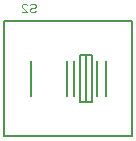
<source format=gbo>
%FSTAX23Y23*%
%MOIN*%
%SFA1B1*%

%IPPOS*%
%ADD18C,0.003940*%
%ADD156C,0.008000*%
%LNesp_gsm_v1.1-1*%
%LPD*%
G54D18*
X02248Y02993D02*
X02252Y02998D01*
X02261*
X02266Y02993*
Y02988*
X02261Y02984*
X02252*
X02248Y02979*
Y02975*
X02252Y0297*
X02261*
X02266Y02975*
X0222Y0297D02*
X02238D01*
X0222Y02988*
Y02993*
X02225Y02998*
X02234*
X02238Y02993*
G54D156*
X02162Y02942D02*
X02587D01*
Y02556D02*
Y02942D01*
X02162Y02556D02*
X02587D01*
X02162D02*
Y02942D01*
X02251Y0269D02*
Y02808D01*
X02394Y0269D02*
Y02808D01*
X02413Y0267D02*
Y02828D01*
X02433Y0267D02*
Y02828D01*
X02453Y0267D02*
Y02828D01*
X02472Y0269D02*
Y02808D01*
X02369Y0269D02*
Y02808D01*
X02499Y0269D02*
Y02808D01*
X02413Y02828D02*
X02433D01*
X02413Y0267D02*
X02433D01*
X02453*
X02433Y02828D02*
X02453D01*
M02*
</source>
